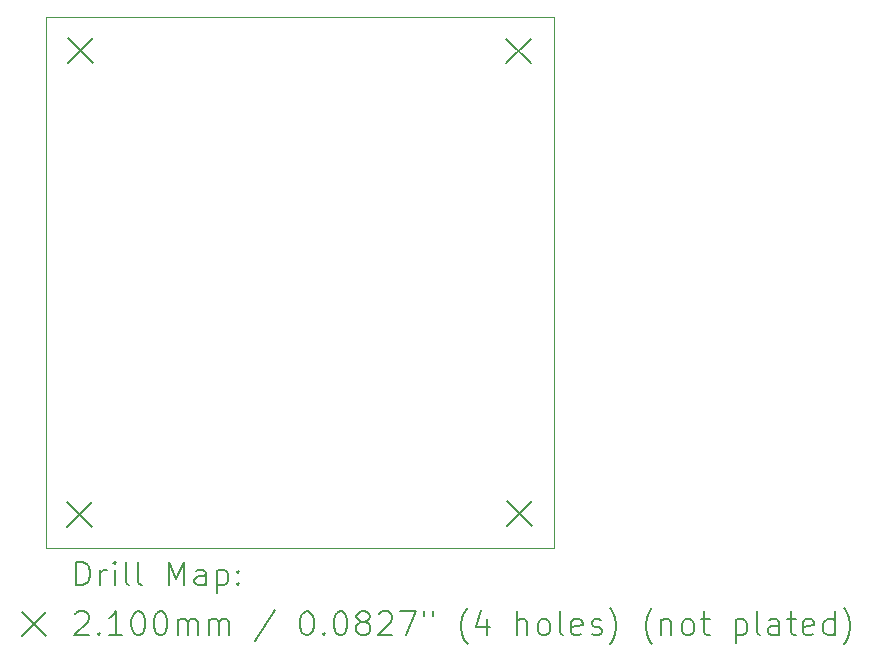
<source format=gbr>
%TF.GenerationSoftware,KiCad,Pcbnew,8.0.3*%
%TF.CreationDate,2025-04-13T16:02:51+02:00*%
%TF.ProjectId,picoballoon,7069636f-6261-46c6-9c6f-6f6e2e6b6963,rev?*%
%TF.SameCoordinates,Original*%
%TF.FileFunction,Drillmap*%
%TF.FilePolarity,Positive*%
%FSLAX45Y45*%
G04 Gerber Fmt 4.5, Leading zero omitted, Abs format (unit mm)*
G04 Created by KiCad (PCBNEW 8.0.3) date 2025-04-13 16:02:51*
%MOMM*%
%LPD*%
G01*
G04 APERTURE LIST*
%ADD10C,0.100000*%
%ADD11C,0.200000*%
%ADD12C,0.210000*%
G04 APERTURE END LIST*
D10*
X11879000Y-8401000D02*
X16179000Y-8401000D01*
X16179000Y-12901000D01*
X11879000Y-12901000D01*
X11879000Y-8401000D01*
D11*
D12*
X12054000Y-12511000D02*
X12264000Y-12721000D01*
X12264000Y-12511000D02*
X12054000Y-12721000D01*
X12063000Y-8581000D02*
X12273000Y-8791000D01*
X12273000Y-8581000D02*
X12063000Y-8791000D01*
X15773000Y-8587000D02*
X15983000Y-8797000D01*
X15983000Y-8587000D02*
X15773000Y-8797000D01*
X15783000Y-12503000D02*
X15993000Y-12713000D01*
X15993000Y-12503000D02*
X15783000Y-12713000D01*
D11*
X12134777Y-13217484D02*
X12134777Y-13017484D01*
X12134777Y-13017484D02*
X12182396Y-13017484D01*
X12182396Y-13017484D02*
X12210967Y-13027008D01*
X12210967Y-13027008D02*
X12230015Y-13046055D01*
X12230015Y-13046055D02*
X12239539Y-13065103D01*
X12239539Y-13065103D02*
X12249062Y-13103198D01*
X12249062Y-13103198D02*
X12249062Y-13131769D01*
X12249062Y-13131769D02*
X12239539Y-13169865D01*
X12239539Y-13169865D02*
X12230015Y-13188912D01*
X12230015Y-13188912D02*
X12210967Y-13207960D01*
X12210967Y-13207960D02*
X12182396Y-13217484D01*
X12182396Y-13217484D02*
X12134777Y-13217484D01*
X12334777Y-13217484D02*
X12334777Y-13084150D01*
X12334777Y-13122246D02*
X12344301Y-13103198D01*
X12344301Y-13103198D02*
X12353824Y-13093674D01*
X12353824Y-13093674D02*
X12372872Y-13084150D01*
X12372872Y-13084150D02*
X12391920Y-13084150D01*
X12458586Y-13217484D02*
X12458586Y-13084150D01*
X12458586Y-13017484D02*
X12449062Y-13027008D01*
X12449062Y-13027008D02*
X12458586Y-13036531D01*
X12458586Y-13036531D02*
X12468110Y-13027008D01*
X12468110Y-13027008D02*
X12458586Y-13017484D01*
X12458586Y-13017484D02*
X12458586Y-13036531D01*
X12582396Y-13217484D02*
X12563348Y-13207960D01*
X12563348Y-13207960D02*
X12553824Y-13188912D01*
X12553824Y-13188912D02*
X12553824Y-13017484D01*
X12687158Y-13217484D02*
X12668110Y-13207960D01*
X12668110Y-13207960D02*
X12658586Y-13188912D01*
X12658586Y-13188912D02*
X12658586Y-13017484D01*
X12915729Y-13217484D02*
X12915729Y-13017484D01*
X12915729Y-13017484D02*
X12982396Y-13160341D01*
X12982396Y-13160341D02*
X13049062Y-13017484D01*
X13049062Y-13017484D02*
X13049062Y-13217484D01*
X13230015Y-13217484D02*
X13230015Y-13112722D01*
X13230015Y-13112722D02*
X13220491Y-13093674D01*
X13220491Y-13093674D02*
X13201443Y-13084150D01*
X13201443Y-13084150D02*
X13163348Y-13084150D01*
X13163348Y-13084150D02*
X13144301Y-13093674D01*
X13230015Y-13207960D02*
X13210967Y-13217484D01*
X13210967Y-13217484D02*
X13163348Y-13217484D01*
X13163348Y-13217484D02*
X13144301Y-13207960D01*
X13144301Y-13207960D02*
X13134777Y-13188912D01*
X13134777Y-13188912D02*
X13134777Y-13169865D01*
X13134777Y-13169865D02*
X13144301Y-13150817D01*
X13144301Y-13150817D02*
X13163348Y-13141293D01*
X13163348Y-13141293D02*
X13210967Y-13141293D01*
X13210967Y-13141293D02*
X13230015Y-13131769D01*
X13325253Y-13084150D02*
X13325253Y-13284150D01*
X13325253Y-13093674D02*
X13344301Y-13084150D01*
X13344301Y-13084150D02*
X13382396Y-13084150D01*
X13382396Y-13084150D02*
X13401443Y-13093674D01*
X13401443Y-13093674D02*
X13410967Y-13103198D01*
X13410967Y-13103198D02*
X13420491Y-13122246D01*
X13420491Y-13122246D02*
X13420491Y-13179388D01*
X13420491Y-13179388D02*
X13410967Y-13198436D01*
X13410967Y-13198436D02*
X13401443Y-13207960D01*
X13401443Y-13207960D02*
X13382396Y-13217484D01*
X13382396Y-13217484D02*
X13344301Y-13217484D01*
X13344301Y-13217484D02*
X13325253Y-13207960D01*
X13506205Y-13198436D02*
X13515729Y-13207960D01*
X13515729Y-13207960D02*
X13506205Y-13217484D01*
X13506205Y-13217484D02*
X13496682Y-13207960D01*
X13496682Y-13207960D02*
X13506205Y-13198436D01*
X13506205Y-13198436D02*
X13506205Y-13217484D01*
X13506205Y-13093674D02*
X13515729Y-13103198D01*
X13515729Y-13103198D02*
X13506205Y-13112722D01*
X13506205Y-13112722D02*
X13496682Y-13103198D01*
X13496682Y-13103198D02*
X13506205Y-13093674D01*
X13506205Y-13093674D02*
X13506205Y-13112722D01*
X11674000Y-13446000D02*
X11874000Y-13646000D01*
X11874000Y-13446000D02*
X11674000Y-13646000D01*
X12125253Y-13456531D02*
X12134777Y-13447008D01*
X12134777Y-13447008D02*
X12153824Y-13437484D01*
X12153824Y-13437484D02*
X12201443Y-13437484D01*
X12201443Y-13437484D02*
X12220491Y-13447008D01*
X12220491Y-13447008D02*
X12230015Y-13456531D01*
X12230015Y-13456531D02*
X12239539Y-13475579D01*
X12239539Y-13475579D02*
X12239539Y-13494627D01*
X12239539Y-13494627D02*
X12230015Y-13523198D01*
X12230015Y-13523198D02*
X12115729Y-13637484D01*
X12115729Y-13637484D02*
X12239539Y-13637484D01*
X12325253Y-13618436D02*
X12334777Y-13627960D01*
X12334777Y-13627960D02*
X12325253Y-13637484D01*
X12325253Y-13637484D02*
X12315729Y-13627960D01*
X12315729Y-13627960D02*
X12325253Y-13618436D01*
X12325253Y-13618436D02*
X12325253Y-13637484D01*
X12525253Y-13637484D02*
X12410967Y-13637484D01*
X12468110Y-13637484D02*
X12468110Y-13437484D01*
X12468110Y-13437484D02*
X12449062Y-13466055D01*
X12449062Y-13466055D02*
X12430015Y-13485103D01*
X12430015Y-13485103D02*
X12410967Y-13494627D01*
X12649062Y-13437484D02*
X12668110Y-13437484D01*
X12668110Y-13437484D02*
X12687158Y-13447008D01*
X12687158Y-13447008D02*
X12696682Y-13456531D01*
X12696682Y-13456531D02*
X12706205Y-13475579D01*
X12706205Y-13475579D02*
X12715729Y-13513674D01*
X12715729Y-13513674D02*
X12715729Y-13561293D01*
X12715729Y-13561293D02*
X12706205Y-13599388D01*
X12706205Y-13599388D02*
X12696682Y-13618436D01*
X12696682Y-13618436D02*
X12687158Y-13627960D01*
X12687158Y-13627960D02*
X12668110Y-13637484D01*
X12668110Y-13637484D02*
X12649062Y-13637484D01*
X12649062Y-13637484D02*
X12630015Y-13627960D01*
X12630015Y-13627960D02*
X12620491Y-13618436D01*
X12620491Y-13618436D02*
X12610967Y-13599388D01*
X12610967Y-13599388D02*
X12601443Y-13561293D01*
X12601443Y-13561293D02*
X12601443Y-13513674D01*
X12601443Y-13513674D02*
X12610967Y-13475579D01*
X12610967Y-13475579D02*
X12620491Y-13456531D01*
X12620491Y-13456531D02*
X12630015Y-13447008D01*
X12630015Y-13447008D02*
X12649062Y-13437484D01*
X12839539Y-13437484D02*
X12858586Y-13437484D01*
X12858586Y-13437484D02*
X12877634Y-13447008D01*
X12877634Y-13447008D02*
X12887158Y-13456531D01*
X12887158Y-13456531D02*
X12896682Y-13475579D01*
X12896682Y-13475579D02*
X12906205Y-13513674D01*
X12906205Y-13513674D02*
X12906205Y-13561293D01*
X12906205Y-13561293D02*
X12896682Y-13599388D01*
X12896682Y-13599388D02*
X12887158Y-13618436D01*
X12887158Y-13618436D02*
X12877634Y-13627960D01*
X12877634Y-13627960D02*
X12858586Y-13637484D01*
X12858586Y-13637484D02*
X12839539Y-13637484D01*
X12839539Y-13637484D02*
X12820491Y-13627960D01*
X12820491Y-13627960D02*
X12810967Y-13618436D01*
X12810967Y-13618436D02*
X12801443Y-13599388D01*
X12801443Y-13599388D02*
X12791920Y-13561293D01*
X12791920Y-13561293D02*
X12791920Y-13513674D01*
X12791920Y-13513674D02*
X12801443Y-13475579D01*
X12801443Y-13475579D02*
X12810967Y-13456531D01*
X12810967Y-13456531D02*
X12820491Y-13447008D01*
X12820491Y-13447008D02*
X12839539Y-13437484D01*
X12991920Y-13637484D02*
X12991920Y-13504150D01*
X12991920Y-13523198D02*
X13001443Y-13513674D01*
X13001443Y-13513674D02*
X13020491Y-13504150D01*
X13020491Y-13504150D02*
X13049063Y-13504150D01*
X13049063Y-13504150D02*
X13068110Y-13513674D01*
X13068110Y-13513674D02*
X13077634Y-13532722D01*
X13077634Y-13532722D02*
X13077634Y-13637484D01*
X13077634Y-13532722D02*
X13087158Y-13513674D01*
X13087158Y-13513674D02*
X13106205Y-13504150D01*
X13106205Y-13504150D02*
X13134777Y-13504150D01*
X13134777Y-13504150D02*
X13153824Y-13513674D01*
X13153824Y-13513674D02*
X13163348Y-13532722D01*
X13163348Y-13532722D02*
X13163348Y-13637484D01*
X13258586Y-13637484D02*
X13258586Y-13504150D01*
X13258586Y-13523198D02*
X13268110Y-13513674D01*
X13268110Y-13513674D02*
X13287158Y-13504150D01*
X13287158Y-13504150D02*
X13315729Y-13504150D01*
X13315729Y-13504150D02*
X13334777Y-13513674D01*
X13334777Y-13513674D02*
X13344301Y-13532722D01*
X13344301Y-13532722D02*
X13344301Y-13637484D01*
X13344301Y-13532722D02*
X13353824Y-13513674D01*
X13353824Y-13513674D02*
X13372872Y-13504150D01*
X13372872Y-13504150D02*
X13401443Y-13504150D01*
X13401443Y-13504150D02*
X13420491Y-13513674D01*
X13420491Y-13513674D02*
X13430015Y-13532722D01*
X13430015Y-13532722D02*
X13430015Y-13637484D01*
X13820491Y-13427960D02*
X13649063Y-13685103D01*
X14077634Y-13437484D02*
X14096682Y-13437484D01*
X14096682Y-13437484D02*
X14115729Y-13447008D01*
X14115729Y-13447008D02*
X14125253Y-13456531D01*
X14125253Y-13456531D02*
X14134777Y-13475579D01*
X14134777Y-13475579D02*
X14144301Y-13513674D01*
X14144301Y-13513674D02*
X14144301Y-13561293D01*
X14144301Y-13561293D02*
X14134777Y-13599388D01*
X14134777Y-13599388D02*
X14125253Y-13618436D01*
X14125253Y-13618436D02*
X14115729Y-13627960D01*
X14115729Y-13627960D02*
X14096682Y-13637484D01*
X14096682Y-13637484D02*
X14077634Y-13637484D01*
X14077634Y-13637484D02*
X14058586Y-13627960D01*
X14058586Y-13627960D02*
X14049063Y-13618436D01*
X14049063Y-13618436D02*
X14039539Y-13599388D01*
X14039539Y-13599388D02*
X14030015Y-13561293D01*
X14030015Y-13561293D02*
X14030015Y-13513674D01*
X14030015Y-13513674D02*
X14039539Y-13475579D01*
X14039539Y-13475579D02*
X14049063Y-13456531D01*
X14049063Y-13456531D02*
X14058586Y-13447008D01*
X14058586Y-13447008D02*
X14077634Y-13437484D01*
X14230015Y-13618436D02*
X14239539Y-13627960D01*
X14239539Y-13627960D02*
X14230015Y-13637484D01*
X14230015Y-13637484D02*
X14220491Y-13627960D01*
X14220491Y-13627960D02*
X14230015Y-13618436D01*
X14230015Y-13618436D02*
X14230015Y-13637484D01*
X14363348Y-13437484D02*
X14382396Y-13437484D01*
X14382396Y-13437484D02*
X14401444Y-13447008D01*
X14401444Y-13447008D02*
X14410967Y-13456531D01*
X14410967Y-13456531D02*
X14420491Y-13475579D01*
X14420491Y-13475579D02*
X14430015Y-13513674D01*
X14430015Y-13513674D02*
X14430015Y-13561293D01*
X14430015Y-13561293D02*
X14420491Y-13599388D01*
X14420491Y-13599388D02*
X14410967Y-13618436D01*
X14410967Y-13618436D02*
X14401444Y-13627960D01*
X14401444Y-13627960D02*
X14382396Y-13637484D01*
X14382396Y-13637484D02*
X14363348Y-13637484D01*
X14363348Y-13637484D02*
X14344301Y-13627960D01*
X14344301Y-13627960D02*
X14334777Y-13618436D01*
X14334777Y-13618436D02*
X14325253Y-13599388D01*
X14325253Y-13599388D02*
X14315729Y-13561293D01*
X14315729Y-13561293D02*
X14315729Y-13513674D01*
X14315729Y-13513674D02*
X14325253Y-13475579D01*
X14325253Y-13475579D02*
X14334777Y-13456531D01*
X14334777Y-13456531D02*
X14344301Y-13447008D01*
X14344301Y-13447008D02*
X14363348Y-13437484D01*
X14544301Y-13523198D02*
X14525253Y-13513674D01*
X14525253Y-13513674D02*
X14515729Y-13504150D01*
X14515729Y-13504150D02*
X14506206Y-13485103D01*
X14506206Y-13485103D02*
X14506206Y-13475579D01*
X14506206Y-13475579D02*
X14515729Y-13456531D01*
X14515729Y-13456531D02*
X14525253Y-13447008D01*
X14525253Y-13447008D02*
X14544301Y-13437484D01*
X14544301Y-13437484D02*
X14582396Y-13437484D01*
X14582396Y-13437484D02*
X14601444Y-13447008D01*
X14601444Y-13447008D02*
X14610967Y-13456531D01*
X14610967Y-13456531D02*
X14620491Y-13475579D01*
X14620491Y-13475579D02*
X14620491Y-13485103D01*
X14620491Y-13485103D02*
X14610967Y-13504150D01*
X14610967Y-13504150D02*
X14601444Y-13513674D01*
X14601444Y-13513674D02*
X14582396Y-13523198D01*
X14582396Y-13523198D02*
X14544301Y-13523198D01*
X14544301Y-13523198D02*
X14525253Y-13532722D01*
X14525253Y-13532722D02*
X14515729Y-13542246D01*
X14515729Y-13542246D02*
X14506206Y-13561293D01*
X14506206Y-13561293D02*
X14506206Y-13599388D01*
X14506206Y-13599388D02*
X14515729Y-13618436D01*
X14515729Y-13618436D02*
X14525253Y-13627960D01*
X14525253Y-13627960D02*
X14544301Y-13637484D01*
X14544301Y-13637484D02*
X14582396Y-13637484D01*
X14582396Y-13637484D02*
X14601444Y-13627960D01*
X14601444Y-13627960D02*
X14610967Y-13618436D01*
X14610967Y-13618436D02*
X14620491Y-13599388D01*
X14620491Y-13599388D02*
X14620491Y-13561293D01*
X14620491Y-13561293D02*
X14610967Y-13542246D01*
X14610967Y-13542246D02*
X14601444Y-13532722D01*
X14601444Y-13532722D02*
X14582396Y-13523198D01*
X14696682Y-13456531D02*
X14706206Y-13447008D01*
X14706206Y-13447008D02*
X14725253Y-13437484D01*
X14725253Y-13437484D02*
X14772872Y-13437484D01*
X14772872Y-13437484D02*
X14791920Y-13447008D01*
X14791920Y-13447008D02*
X14801444Y-13456531D01*
X14801444Y-13456531D02*
X14810967Y-13475579D01*
X14810967Y-13475579D02*
X14810967Y-13494627D01*
X14810967Y-13494627D02*
X14801444Y-13523198D01*
X14801444Y-13523198D02*
X14687158Y-13637484D01*
X14687158Y-13637484D02*
X14810967Y-13637484D01*
X14877634Y-13437484D02*
X15010967Y-13437484D01*
X15010967Y-13437484D02*
X14925253Y-13637484D01*
X15077634Y-13437484D02*
X15077634Y-13475579D01*
X15153825Y-13437484D02*
X15153825Y-13475579D01*
X15449063Y-13713674D02*
X15439539Y-13704150D01*
X15439539Y-13704150D02*
X15420491Y-13675579D01*
X15420491Y-13675579D02*
X15410968Y-13656531D01*
X15410968Y-13656531D02*
X15401444Y-13627960D01*
X15401444Y-13627960D02*
X15391920Y-13580341D01*
X15391920Y-13580341D02*
X15391920Y-13542246D01*
X15391920Y-13542246D02*
X15401444Y-13494627D01*
X15401444Y-13494627D02*
X15410968Y-13466055D01*
X15410968Y-13466055D02*
X15420491Y-13447008D01*
X15420491Y-13447008D02*
X15439539Y-13418436D01*
X15439539Y-13418436D02*
X15449063Y-13408912D01*
X15610968Y-13504150D02*
X15610968Y-13637484D01*
X15563348Y-13427960D02*
X15515729Y-13570817D01*
X15515729Y-13570817D02*
X15639539Y-13570817D01*
X15868110Y-13637484D02*
X15868110Y-13437484D01*
X15953825Y-13637484D02*
X15953825Y-13532722D01*
X15953825Y-13532722D02*
X15944301Y-13513674D01*
X15944301Y-13513674D02*
X15925253Y-13504150D01*
X15925253Y-13504150D02*
X15896682Y-13504150D01*
X15896682Y-13504150D02*
X15877634Y-13513674D01*
X15877634Y-13513674D02*
X15868110Y-13523198D01*
X16077634Y-13637484D02*
X16058587Y-13627960D01*
X16058587Y-13627960D02*
X16049063Y-13618436D01*
X16049063Y-13618436D02*
X16039539Y-13599388D01*
X16039539Y-13599388D02*
X16039539Y-13542246D01*
X16039539Y-13542246D02*
X16049063Y-13523198D01*
X16049063Y-13523198D02*
X16058587Y-13513674D01*
X16058587Y-13513674D02*
X16077634Y-13504150D01*
X16077634Y-13504150D02*
X16106206Y-13504150D01*
X16106206Y-13504150D02*
X16125253Y-13513674D01*
X16125253Y-13513674D02*
X16134777Y-13523198D01*
X16134777Y-13523198D02*
X16144301Y-13542246D01*
X16144301Y-13542246D02*
X16144301Y-13599388D01*
X16144301Y-13599388D02*
X16134777Y-13618436D01*
X16134777Y-13618436D02*
X16125253Y-13627960D01*
X16125253Y-13627960D02*
X16106206Y-13637484D01*
X16106206Y-13637484D02*
X16077634Y-13637484D01*
X16258587Y-13637484D02*
X16239539Y-13627960D01*
X16239539Y-13627960D02*
X16230015Y-13608912D01*
X16230015Y-13608912D02*
X16230015Y-13437484D01*
X16410968Y-13627960D02*
X16391920Y-13637484D01*
X16391920Y-13637484D02*
X16353825Y-13637484D01*
X16353825Y-13637484D02*
X16334777Y-13627960D01*
X16334777Y-13627960D02*
X16325253Y-13608912D01*
X16325253Y-13608912D02*
X16325253Y-13532722D01*
X16325253Y-13532722D02*
X16334777Y-13513674D01*
X16334777Y-13513674D02*
X16353825Y-13504150D01*
X16353825Y-13504150D02*
X16391920Y-13504150D01*
X16391920Y-13504150D02*
X16410968Y-13513674D01*
X16410968Y-13513674D02*
X16420491Y-13532722D01*
X16420491Y-13532722D02*
X16420491Y-13551769D01*
X16420491Y-13551769D02*
X16325253Y-13570817D01*
X16496682Y-13627960D02*
X16515730Y-13637484D01*
X16515730Y-13637484D02*
X16553825Y-13637484D01*
X16553825Y-13637484D02*
X16572872Y-13627960D01*
X16572872Y-13627960D02*
X16582396Y-13608912D01*
X16582396Y-13608912D02*
X16582396Y-13599388D01*
X16582396Y-13599388D02*
X16572872Y-13580341D01*
X16572872Y-13580341D02*
X16553825Y-13570817D01*
X16553825Y-13570817D02*
X16525253Y-13570817D01*
X16525253Y-13570817D02*
X16506206Y-13561293D01*
X16506206Y-13561293D02*
X16496682Y-13542246D01*
X16496682Y-13542246D02*
X16496682Y-13532722D01*
X16496682Y-13532722D02*
X16506206Y-13513674D01*
X16506206Y-13513674D02*
X16525253Y-13504150D01*
X16525253Y-13504150D02*
X16553825Y-13504150D01*
X16553825Y-13504150D02*
X16572872Y-13513674D01*
X16649063Y-13713674D02*
X16658587Y-13704150D01*
X16658587Y-13704150D02*
X16677634Y-13675579D01*
X16677634Y-13675579D02*
X16687158Y-13656531D01*
X16687158Y-13656531D02*
X16696682Y-13627960D01*
X16696682Y-13627960D02*
X16706206Y-13580341D01*
X16706206Y-13580341D02*
X16706206Y-13542246D01*
X16706206Y-13542246D02*
X16696682Y-13494627D01*
X16696682Y-13494627D02*
X16687158Y-13466055D01*
X16687158Y-13466055D02*
X16677634Y-13447008D01*
X16677634Y-13447008D02*
X16658587Y-13418436D01*
X16658587Y-13418436D02*
X16649063Y-13408912D01*
X17010968Y-13713674D02*
X17001444Y-13704150D01*
X17001444Y-13704150D02*
X16982396Y-13675579D01*
X16982396Y-13675579D02*
X16972873Y-13656531D01*
X16972873Y-13656531D02*
X16963349Y-13627960D01*
X16963349Y-13627960D02*
X16953825Y-13580341D01*
X16953825Y-13580341D02*
X16953825Y-13542246D01*
X16953825Y-13542246D02*
X16963349Y-13494627D01*
X16963349Y-13494627D02*
X16972873Y-13466055D01*
X16972873Y-13466055D02*
X16982396Y-13447008D01*
X16982396Y-13447008D02*
X17001444Y-13418436D01*
X17001444Y-13418436D02*
X17010968Y-13408912D01*
X17087158Y-13504150D02*
X17087158Y-13637484D01*
X17087158Y-13523198D02*
X17096682Y-13513674D01*
X17096682Y-13513674D02*
X17115730Y-13504150D01*
X17115730Y-13504150D02*
X17144301Y-13504150D01*
X17144301Y-13504150D02*
X17163349Y-13513674D01*
X17163349Y-13513674D02*
X17172873Y-13532722D01*
X17172873Y-13532722D02*
X17172873Y-13637484D01*
X17296682Y-13637484D02*
X17277634Y-13627960D01*
X17277634Y-13627960D02*
X17268111Y-13618436D01*
X17268111Y-13618436D02*
X17258587Y-13599388D01*
X17258587Y-13599388D02*
X17258587Y-13542246D01*
X17258587Y-13542246D02*
X17268111Y-13523198D01*
X17268111Y-13523198D02*
X17277634Y-13513674D01*
X17277634Y-13513674D02*
X17296682Y-13504150D01*
X17296682Y-13504150D02*
X17325254Y-13504150D01*
X17325254Y-13504150D02*
X17344301Y-13513674D01*
X17344301Y-13513674D02*
X17353825Y-13523198D01*
X17353825Y-13523198D02*
X17363349Y-13542246D01*
X17363349Y-13542246D02*
X17363349Y-13599388D01*
X17363349Y-13599388D02*
X17353825Y-13618436D01*
X17353825Y-13618436D02*
X17344301Y-13627960D01*
X17344301Y-13627960D02*
X17325254Y-13637484D01*
X17325254Y-13637484D02*
X17296682Y-13637484D01*
X17420492Y-13504150D02*
X17496682Y-13504150D01*
X17449063Y-13437484D02*
X17449063Y-13608912D01*
X17449063Y-13608912D02*
X17458587Y-13627960D01*
X17458587Y-13627960D02*
X17477634Y-13637484D01*
X17477634Y-13637484D02*
X17496682Y-13637484D01*
X17715730Y-13504150D02*
X17715730Y-13704150D01*
X17715730Y-13513674D02*
X17734777Y-13504150D01*
X17734777Y-13504150D02*
X17772873Y-13504150D01*
X17772873Y-13504150D02*
X17791920Y-13513674D01*
X17791920Y-13513674D02*
X17801444Y-13523198D01*
X17801444Y-13523198D02*
X17810968Y-13542246D01*
X17810968Y-13542246D02*
X17810968Y-13599388D01*
X17810968Y-13599388D02*
X17801444Y-13618436D01*
X17801444Y-13618436D02*
X17791920Y-13627960D01*
X17791920Y-13627960D02*
X17772873Y-13637484D01*
X17772873Y-13637484D02*
X17734777Y-13637484D01*
X17734777Y-13637484D02*
X17715730Y-13627960D01*
X17925254Y-13637484D02*
X17906206Y-13627960D01*
X17906206Y-13627960D02*
X17896682Y-13608912D01*
X17896682Y-13608912D02*
X17896682Y-13437484D01*
X18087158Y-13637484D02*
X18087158Y-13532722D01*
X18087158Y-13532722D02*
X18077635Y-13513674D01*
X18077635Y-13513674D02*
X18058587Y-13504150D01*
X18058587Y-13504150D02*
X18020492Y-13504150D01*
X18020492Y-13504150D02*
X18001444Y-13513674D01*
X18087158Y-13627960D02*
X18068111Y-13637484D01*
X18068111Y-13637484D02*
X18020492Y-13637484D01*
X18020492Y-13637484D02*
X18001444Y-13627960D01*
X18001444Y-13627960D02*
X17991920Y-13608912D01*
X17991920Y-13608912D02*
X17991920Y-13589865D01*
X17991920Y-13589865D02*
X18001444Y-13570817D01*
X18001444Y-13570817D02*
X18020492Y-13561293D01*
X18020492Y-13561293D02*
X18068111Y-13561293D01*
X18068111Y-13561293D02*
X18087158Y-13551769D01*
X18153825Y-13504150D02*
X18230015Y-13504150D01*
X18182396Y-13437484D02*
X18182396Y-13608912D01*
X18182396Y-13608912D02*
X18191920Y-13627960D01*
X18191920Y-13627960D02*
X18210968Y-13637484D01*
X18210968Y-13637484D02*
X18230015Y-13637484D01*
X18372873Y-13627960D02*
X18353825Y-13637484D01*
X18353825Y-13637484D02*
X18315730Y-13637484D01*
X18315730Y-13637484D02*
X18296682Y-13627960D01*
X18296682Y-13627960D02*
X18287158Y-13608912D01*
X18287158Y-13608912D02*
X18287158Y-13532722D01*
X18287158Y-13532722D02*
X18296682Y-13513674D01*
X18296682Y-13513674D02*
X18315730Y-13504150D01*
X18315730Y-13504150D02*
X18353825Y-13504150D01*
X18353825Y-13504150D02*
X18372873Y-13513674D01*
X18372873Y-13513674D02*
X18382396Y-13532722D01*
X18382396Y-13532722D02*
X18382396Y-13551769D01*
X18382396Y-13551769D02*
X18287158Y-13570817D01*
X18553825Y-13637484D02*
X18553825Y-13437484D01*
X18553825Y-13627960D02*
X18534777Y-13637484D01*
X18534777Y-13637484D02*
X18496682Y-13637484D01*
X18496682Y-13637484D02*
X18477635Y-13627960D01*
X18477635Y-13627960D02*
X18468111Y-13618436D01*
X18468111Y-13618436D02*
X18458587Y-13599388D01*
X18458587Y-13599388D02*
X18458587Y-13542246D01*
X18458587Y-13542246D02*
X18468111Y-13523198D01*
X18468111Y-13523198D02*
X18477635Y-13513674D01*
X18477635Y-13513674D02*
X18496682Y-13504150D01*
X18496682Y-13504150D02*
X18534777Y-13504150D01*
X18534777Y-13504150D02*
X18553825Y-13513674D01*
X18630016Y-13713674D02*
X18639539Y-13704150D01*
X18639539Y-13704150D02*
X18658587Y-13675579D01*
X18658587Y-13675579D02*
X18668111Y-13656531D01*
X18668111Y-13656531D02*
X18677635Y-13627960D01*
X18677635Y-13627960D02*
X18687158Y-13580341D01*
X18687158Y-13580341D02*
X18687158Y-13542246D01*
X18687158Y-13542246D02*
X18677635Y-13494627D01*
X18677635Y-13494627D02*
X18668111Y-13466055D01*
X18668111Y-13466055D02*
X18658587Y-13447008D01*
X18658587Y-13447008D02*
X18639539Y-13418436D01*
X18639539Y-13418436D02*
X18630016Y-13408912D01*
M02*

</source>
